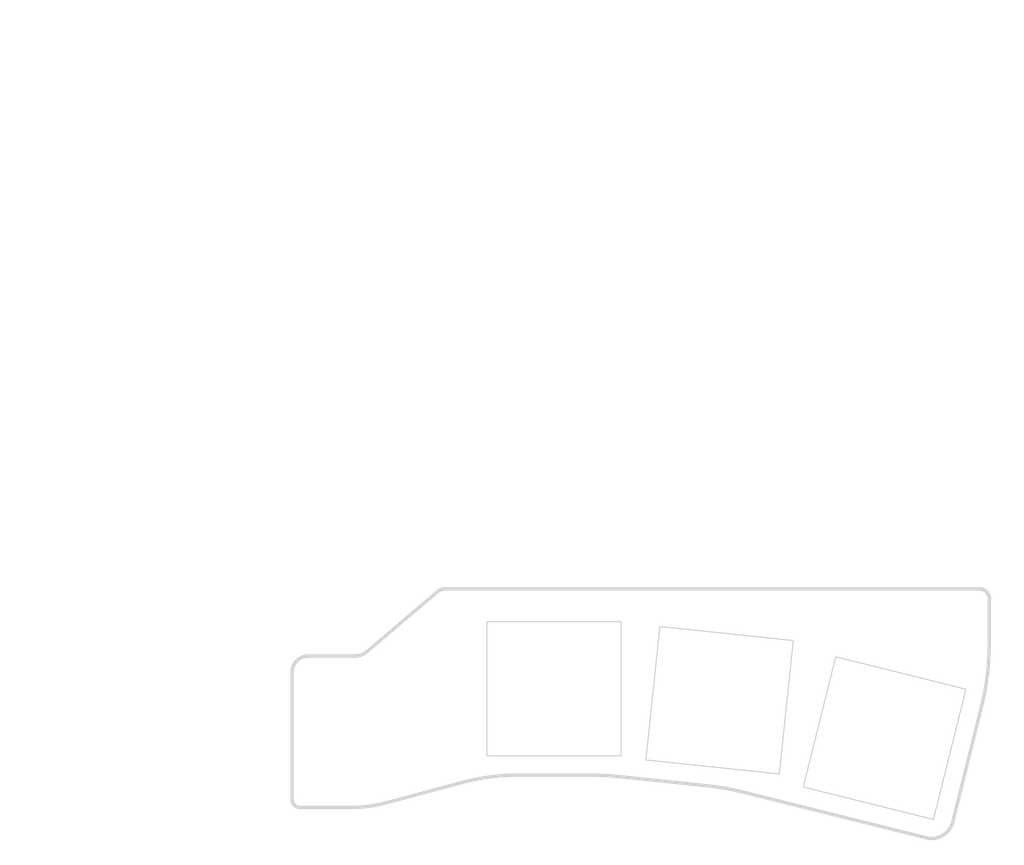
<source format=kicad_pcb>
(kicad_pcb (version 20211014) (generator pcbnew)
  (layers (0 "F.Cu" signal) (31 "B.Cu" signal) (34 "B.Paste" user) (35 "F.Paste" user) (36 "B.SilkS" user "B.Silkscreen") (37 "F.SilkS" user "F.Silkscreen") (38 "B.Mask" user) (39 "F.Mask" user) (44 "Edge.Cuts" user))
  (net 0 "")
  (net 1 "GND")
  (footprint "split-mini:spacer_m2_2.2mm" (layer "F.Cu") (at 112.8 84.69)
    (fp_text reference "HOLE5" hide)
    (fp_text value "Val**" hide)
    (pad "" np_thru_hole circle (at 0 0) (size 2.2 2.2) (drill 2.2) (layers F&B.Cu *.Mask))
  )
  (footprint "split-mini:SW_Hole" (layer "F.Cu") (at 75.37 89.08)
    (fp_text reference "SW16" hide)
    (fp_text value "SW_PUSH" hide)
    (fp_line (start -7 -7) (end -7 7) (layer "Edge.Cuts") (width 0.12))
    (fp_line (start -7 7) (end 7 7) (layer "Edge.Cuts") (width 0.12))
    (fp_line (start 7 -7) (end -7 -7) (layer "Edge.Cuts") (width 0.12))
    (fp_line (start 7 7) (end 7 -7) (layer "Edge.Cuts") (width 0.12))
  )
  (footprint "split-mini:spacer_m2_2.2mm" (layer "F.Cu") (at 53.04 95.6)
    (fp_text reference "HOLE4" hide)
    (fp_text value "Val*" hide)
    (pad "" np_thru_hole circle (at 0 0) (size 2.2 2.2) (drill 2.2) (layers F&B.Cu *.Mask))
  )
  (footprint "split-mini:SW_Hole" (layer "F.Cu") (at 109.8691 94.239 -14)
    (fp_text reference "SW18" hide)
    (fp_text value "SW_PUSH" hide)
    (fp_line (start -7 7) (end 7 7) (layer "Edge.Cuts") (width 0.12))
    (fp_line (start -7 -7) (end -7 7) (layer "Edge.Cuts") (width 0.12))
    (fp_line (start 7 -7) (end -7 -7) (layer "Edge.Cuts") (width 0.12))
    (fp_line (start 7 7) (end 7 -7) (layer "Edge.Cuts") (width 0.12))
  )
  (footprint "split-mini:SW_Hole" (layer "F.Cu") (at 92.6529 90.2867 -6)
    (fp_text reference "SW17" hide)
    (fp_text value "SW_PUSH" hide)
    (fp_line (start 7 -7) (end -7 -7) (layer "Edge.Cuts") (width 0.12))
    (fp_line (start -7 -7) (end -7 7) (layer "Edge.Cuts") (width 0.12))
    (fp_line (start -7 7) (end 7 7) (layer "Edge.Cuts") (width 0.12))
    (fp_line (start 7 7) (end 7 -7) (layer "Edge.Cuts") (width 0.12))
  )
  (gr_line (start 63.845008 78.674525) (end 63.890902 78.671472) (layer "Edge.Cuts") (width 0.349999))
  (gr_line (start 120.690267 79.223116) (end 120.668721 79.18105) (layer "Edge.Cuts") (width 0.349999))
  (gr_line (start 49.471254 85.689946) (end 49.555893 85.679188) (layer "Edge.Cuts") (width 0.349999))
  (gr_line (start 55.267731 85.558792) (end 55.341962 85.529679) (layer "Edge.Cuts") (width 0.349999))
  (gr_line (start 48.28245 86.484741) (end 48.326439 86.416124) (layer "Edge.Cuts") (width 0.349999))
  (gr_line (start 56.509033 101.281627) (end 56.963507 101.198846) (layer "Edge.Cuts") (width 0.349999))
  (gr_line (start 116.297862 104.124453) (end 116.377409 104.049397) (layer "Edge.Cuts") (width 0.349999))
  (gr_line (start 54.639768 85.670416) (end 54.639768 85.670416) (layer "Edge.Cuts") (width 0.349999))
  (gr_line (start 49.147314 85.773092) (end 49.225895 85.746501) (layer "Edge.Cuts") (width 0.349999))
  (gr_line (start 48.062133 100.85574) (end 48.072754 100.894015) (layer "Edge.Cuts") (width 0.349999))
  (gr_line (start 48.37359 86.349817) (end 48.423795 86.285928) (layer "Edge.Cuts") (width 0.349999))
  (gr_line (start 114.344022 104.665385) (end 114.457961 104.684762) (layer "Edge.Cuts") (width 0.349999))
  (gr_line (start 119.959428 78.681697) (end 119.910602 78.675491) (layer "Edge.Cuts") (width 0.349999))
  (gr_line (start 120.64523 79.140195) (end 120.619853 79.100611) (layer "Edge.Cuts") (width 0.349999))
  (gr_line (start 82.114419 98.242447) (end 82.114419 98.242447) (layer "Edge.Cuts") (width 0.349999))
  (gr_line (start 48.9956 85.837246) (end 49.070514 85.803376) (layer "Edge.Cuts") (width 0.349999))
  (gr_line (start 120.275891 78.788217) (end 120.233824 78.766671) (layer "Edge.Cuts") (width 0.349999))
  (gr_line (start 63.754219 78.686631) (end 63.799426 78.679586) (layer "Edge.Cuts") (width 0.349999))
  (gr_line (start 48.090857 86.939031) (end 48.113646 86.858778) (layer "Edge.Cuts") (width 0.349999))
  (gr_line (start 49.070514 85.803376) (end 49.147314 85.773092) (layer "Edge.Cuts") (width 0.349999))
  (gr_line (start 48.716933 86.006464) (end 48.783239 85.959311) (layer "Edge.Cuts") (width 0.349999))
  (gr_line (start 71.626344 98.095437) (end 71.626344 98.095437) (layer "Edge.Cuts") (width 0.349999))
  (gr_line (start 120.786473 79.646075) (end 120.785204 79.595872) (layer "Edge.Cuts") (width 0.349999))
  (gr_line (start 120.190608 78.747132) (end 120.146303 78.729662) (layer "Edge.Cuts") (width 0.349999))
  (gr_line (start 63.70945 78.695639) (end 63.754219 78.686631) (layer "Edge.Cuts") (width 0.349999))
  (gr_line (start 91.461438 99.224877) (end 91.914045 99.276447) (layer "Edge.Cuts") (width 0.349999))
  (gr_line (start 48.140234 86.780198) (end 48.170514 86.703399) (layer "Edge.Cuts") (width 0.349999))
  (gr_line (start 116.594128 103.801054) (end 116.658485 103.710895) (layer "Edge.Cuts") (width 0.349999))
  (gr_line (start 48.576403 101.422856) (end 48.61407 101.435317) (layer "Edge.Cuts") (width 0.349999))
  (gr_line (start 79.659953 98.097712) (end 80.011269 98.104609) (layer "Edge.Cuts") (width 0.349999))
  (gr_line (start 116.871882 103.316132) (end 116.913361 103.20943) (layer "Edge.Cuts") (width 0.349999))
  (gr_line (start 120.007473 78.690279) (end 119.959428 78.681697) (layer "Edge.Cuts") (width 0.349999))
  (gr_line (start 55.414881 85.497331) (end 55.48638 85.461788) (layer "Edge.Cuts") (width 0.349999))
  (gr_line (start 120.100971 78.714322) (end 120.054674 78.701174) (layer "Edge.Cuts") (width 0.349999))
  (gr_line (start 55.624677 85.381276) (end 55.691258 85.336388) (layer "Edge.Cuts") (width 0.349999))
  (gr_line (start 115.345795 104.635926) (end 115.451222 104.605899) (layer "Edge.Cuts") (width 0.349999))
  (gr_line (start 55.818738 85.237547) (end 63.263692 78.917681) (layer "Edge.Cuts") (width 0.349999))
  (gr_line (start 63.494347 78.769311) (end 63.535994 78.750835) (layer "Edge.Cuts") (width 0.349999))
  (gr_line (start 67.941037 98.39793) (end 68.672947 98.289236) (layer "Edge.Cuts") (width 0.349999))
  (gr_line (start 120.709804 79.266332) (end 120.690267 79.223116) (layer "Edge.Cuts") (width 0.349999))
  (gr_line (start 63.336499 78.861231) (end 63.374525 78.835594) (layer "Edge.Cuts") (width 0.349999))
  (gr_line (start 68.672947 98.289236) (end 69.408024 98.204561) (layer "Edge.Cuts") (width 0.349999))
  (gr_line (start 63.66518 78.706587) (end 63.70945 78.695639) (layer "Edge.Cuts") (width 0.349999))
  (gr_line (start 55.03826 85.626319) (end 55.115771 85.607152) (layer "Edge.Cuts") (width 0.349999))
  (gr_line (start 120.500721 78.956222) (end 120.466838 78.923917) (layer "Edge.Cuts") (width 0.349999))
  (gr_line (start 55.593422 101.402311) (end 56.052216 101.349465) (layer "Edge.Cuts") (width 0.349999))
  (gr_line (start 48.241729 86.555564) (end 48.28245 86.484741) (layer "Edge.Cuts") (width 0.349999))
  (gr_line (start 120.755758 79.402261) (end 120.742611 79.355966) (layer "Edge.Cuts") (width 0.349999))
  (gr_line (start 120.592652 79.06236) (end 120.563689 79.025505) (layer "Edge.Cuts") (width 0.349999))
  (gr_line (start 48.037618 87.361681) (end 48.039818 87.274654) (layer "Edge.Cuts") (width 0.349999))
  (gr_line (start 92.815943 99.403207) (end 93.265029 99.47836) (layer "Edge.Cuts") (width 0.349999))
  (gr_line (start 57.863942 100.988648) (end 65.770211 98.867356) (layer "Edge.Cuts") (width 0.349999))
  (gr_line (start 120.394582 78.864289) (end 120.356331 78.837087) (layer "Edge.Cuts") (width 0.349999))
  (gr_line (start 48.247905 101.203177) (end 48.275701 101.232384) (layer "Edge.Cuts") (width 0.349999))
  (gr_line (start 48.433138 101.355146) (end 48.467711 101.374698) (layer "Edge.Cuts") (width 0.349999))
  (gr_line (start 116.039717 104.324993) (end 116.128843 104.262355) (layer "Edge.Cuts") (width 0.349999))
  (gr_line (start 63.621473 78.719451) (end 63.66518 78.706587) (layer "Edge.Cuts") (width 0.349999))
  (gr_line (start 120.781436 79.546328) (end 120.775232 79.497503) (layer "Edge.Cuts") (width 0.349999))
  (gr_line (start 93.265029 99.47836) (end 93.712735 99.561338) (layer "Edge.Cuts") (width 0.349999))
  (gr_line (start 48.057102 87.104133) (end 48.071974 87.020851) (layer "Edge.Cuts") (width 0.349999))
  (gr_line (start 63.799426 78.679586) (end 63.845008 78.674525) (layer "Edge.Cuts") (width 0.349999))
  (gr_line (start 49.72881 85.67045) (end 49.72881 85.67045) (layer "Edge.Cuts") (width 0.349999))
  (gr_line (start 55.691258 85.336388) (end 55.755982 85.288465) (layer "Edge.Cuts") (width 0.349999))
  (gr_line (start 82.114419 98.242447) (end 91.461438 99.224877) (layer "Edge.Cuts") (width 0.349999))
  (gr_line (start 63.890902 78.671472) (end 63.937047 78.670451) (layer "Edge.Cuts") (width 0.349999))
  (gr_line (start 48.152931 101.074951) (end 48.174188 101.108584) (layer "Edge.Cuts") (width 0.349999))
  (gr_line (start 63.57839 78.734208) (end 63.621473 78.719451) (layer "Edge.Cuts") (width 0.349999))
  (gr_line (start 120.676094 86.901352) (end 120.73737 86.100671) (layer "Edge.Cuts") (width 0.349999))
  (gr_line (start 54.800915 85.663285) (end 54.880723 85.654425) (layer "Edge.Cuts") (width 0.349999))
  (gr_line (start 48.041595 100.737937) (end 48.046526 100.777634) (layer "Edge.Cuts") (width 0.349999))
  (gr_line (start 57.415266 101.10117) (end 57.863942 100.988648) (layer "Edge.Cuts") (width 0.349999))
  (gr_line (start 114.797562 104.707879) (end 114.909446 104.704259) (layer "Edge.Cuts") (width 0.349999))
  (gr_line (start 116.214949 104.195474) (end 116.297862 104.124453) (layer "Edge.Cuts") (width 0.349999))
  (gr_line (start 48.532948 86.165828) (end 48.591681 86.109829) (layer "Edge.Cuts") (width 0.349999))
  (gr_line (start 115.020384 104.695151) (end 115.130204 104.680656) (layer "Edge.Cuts") (width 0.349999))
  (gr_line (start 48.850476 101.470444) (end 48.850476 101.470444) (layer "Edge.Cuts") (width 0.349999))
  (gr_line (start 48.275701 101.232384) (end 48.304909 101.260178) (layer "Edge.Cuts") (width 0.349999))
  (gr_line (start 48.037618 100.657586) (end 48.038617 100.697898) (layer "Edge.Cuts") (width 0.349999))
  (gr_line (start 116.980863 102.987137) (end 120.0052 90.857175) (layer "Edge.Cuts") (width 0.349999))
  (gr_line (start 119.810849 78.670451) (end 119.810849 78.670451) (layer "Edge.Cuts") (width 0.349999))
  (gr_line (start 54.208875 101.470414) (end 54.208875 101.470414) (layer "Edge.Cuts") (width 0.349999))
  (gr_line (start 120.73737 86.100671) (end 120.774186 85.298117) (layer "Edge.Cuts") (width 0.349999))
  (gr_line (start 55.556348 85.42309) (end 55.624677 85.381276) (layer "Edge.Cuts") (width 0.349999))
  (gr_line (start 54.959874 85.64209) (end 55.03826 85.626319) (layer "Edge.Cuts") (width 0.349999))
  (gr_line (start 48.730442 101.46154) (end 48.770135 101.46647) (layer "Edge.Cuts") (width 0.349999))
  (gr_line (start 116.913361 103.20943) (end 116.949745 103.09973) (layer "Edge.Cuts") (width 0.349999))
  (gr_line (start 48.653045 86.056672) (end 48.716933 86.006464) (layer "Edge.Cuts") (width 0.349999))
  (gr_line (start 116.774335 103.52013) (end 116.825483 103.419734) (layer "Edge.Cuts") (width 0.349999))
  (gr_line (start 55.755982 85.288465) (end 55.818738 85.237547) (layer "Edge.Cuts") (width 0.349999))
  (gr_line (start 48.691155 101.454687) (end 48.730442 101.46154) (layer "Edge.Cuts") (width 0.349999))
  (gr_line (start 81.064127 98.152874) (end 81.414568 98.178145) (layer "Edge.Cuts") (width 0.349999))
  (gr_line (start 70.885313 98.107584) (end 71.626344 98.095437) (layer "Edge.Cuts") (width 0.349999))
  (gr_line (start 48.221703 101.172764) (end 48.247905 101.203177) (layer "Edge.Cuts") (width 0.349999))
  (gr_line (start 115.853097 104.437124) (end 115.947744 104.383284) (layer "Edge.Cuts") (width 0.349999))
  (gr_line (start 48.085216 100.931683) (end 48.099493 100.968677) (layer "Edge.Cuts") (width 0.349999))
  (gr_line (start 48.399505 101.333891) (end 48.433138 101.355146) (layer "Edge.Cuts") (width 0.349999))
  (gr_line (start 120.431438 78.893252) (end 120.394582 78.864289) (layer "Edge.Cuts") (width 0.349999))
  (gr_line (start 55.192297 85.58463) (end 55.267731 85.558792) (layer "Edge.Cuts") (width 0.349999))
  (gr_line (start 120.619853 79.100611) (end 120.592652 79.06236) (layer "Edge.Cuts") (width 0.349999))
  (gr_line (start 48.851856 85.91532) (end 48.922679 85.874596) (layer "Edge.Cuts") (width 0.349999))
  (gr_line (start 48.922679 85.874596) (end 48.9956 85.837246) (layer "Edge.Cuts") (width 0.349999))
  (gr_line (start 63.937047 78.670451) (end 63.937047 78.670451) (layer "Edge.Cuts") (width 0.349999))
  (gr_line (start 116.453418 103.970409) (end 116.525715 103.887594) (layer "Edge.Cuts") (width 0.349999))
  (gr_line (start 93.712735 99.561338) (end 94.158958 99.652123) (layer "Edge.Cuts") (width 0.349999))
  (gr_line (start 54.720561 85.668628) (end 54.800915 85.663285) (layer "Edge.Cuts") (width 0.349999))
  (gr_line (start 48.47695 86.224563) (end 48.532948 86.165828) (layer "Edge.Cuts") (width 0.349999))
  (gr_line (start 55.48638 85.461788) (end 55.556348 85.42309) (layer "Edge.Cuts") (width 0.349999))
  (gr_line (start 48.037618 99.830292) (end 48.037618 87.361681) (layer "Edge.Cuts") (width 0.349999))
  (gr_line (start 48.204381 86.628485) (end 48.241729 86.555564) (layer "Edge.Cuts") (width 0.349999))
  (gr_line (start 63.374525 78.835594) (end 63.41355 78.811713) (layer "Edge.Cuts") (width 0.349999))
  (gr_line (start 48.099493 100.968677) (end 48.115556 101.004931) (layer "Edge.Cuts") (width 0.349999))
  (gr_line (start 115.656471 104.531036) (end 115.755948 104.48641) (layer "Edge.Cuts") (width 0.349999))
  (gr_line (start 120.0052 90.857175) (end 120.0052 90.857175) (layer "Edge.Cuts") (width 0.349999))
  (gr_line (start 48.197121 101.141211) (end 48.221703 101.172764) (layer "Edge.Cuts") (width 0.349999))
  (gr_line (start 120.316747 78.81171) (end 120.275891 78.788217) (layer "Edge.Cuts") (width 0.349999))
  (gr_line (start 55.115771 85.607152) (end 55.192297 85.58463) (layer "Edge.Cuts") (width 0.349999))
  (gr_line (start 116.980863 102.987137) (end 116.980863 102.987137) (layer "Edge.Cuts") (width 0.349999))
  (gr_line (start 48.423795 86.285928) (end 48.47695 86.224563) (layer "Edge.Cuts") (width 0.349999))
  (gr_line (start 48.810169 101.469447) (end 48.850476 101.470444) (layer "Edge.Cuts") (width 0.349999))
  (gr_line (start 49.306149 85.723709) (end 49.387971 85.704822) (layer "Edge.Cuts") (width 0.349999))
  (gr_line (start 120.786473 84.494249) (end 120.786473 79.646075) (layer "Edge.Cuts") (width 0.349999))
  (gr_line (start 116.949745 103.09973) (end 116.980863 102.987137) (layer "Edge.Cuts") (width 0.349999))
  (gr_line (start 120.786473 79.646075) (end 120.786473 79.646075) (layer "Edge.Cuts") (width 0.349999))
  (gr_line (start 92.365581 99.335896) (end 92.815943 99.403207) (layer "Edge.Cuts") (width 0.349999))
  (gr_line (start 48.053381 100.816924) (end 48.062133 100.85574) (layer "Edge.Cuts") (width 0.349999))
  (gr_line (start 55.818738 85.237547) (end 55.818738 85.237547) (layer "Edge.Cuts") (width 0.349999))
  (gr_line (start 115.451222 104.605899) (end 115.554838 104.570901) (layer "Edge.Cuts") (width 0.349999))
  (gr_line (start 56.052216 101.349465) (end 56.509033 101.281627) (layer "Edge.Cuts") (width 0.349999))
  (gr_line (start 120.187753 90.074213) (end 120.346188 89.286593) (layer "Edge.Cuts") (width 0.349999))
  (gr_line (start 120.766652 79.449461) (end 120.755758 79.402261) (layer "Edge.Cuts") (width 0.349999))
  (gr_line (start 70.145676 98.143985) (end 70.885313 98.107584) (layer "Edge.Cuts") (width 0.349999))
  (gr_line (start 81.414568 98.178145) (end 81.76468 98.208004) (layer "Edge.Cuts") (width 0.349999))
  (gr_line (start 120.533025 78.990105) (end 120.500721 78.956222) (layer "Edge.Cuts") (width 0.349999))
  (gr_line (start 115.130204 104.680656) (end 115.238732 104.66088) (layer "Edge.Cuts") (width 0.349999))
  (gr_line (start 49.387971 85.704822) (end 49.471254 85.689946) (layer "Edge.Cuts") (width 0.349999))
  (gr_line (start 54.639768 85.670416) (end 54.720561 85.668628) (layer "Edge.Cuts") (width 0.349999))
  (gr_line (start 79.30853 98.095414) (end 79.659953 98.097712) (layer "Edge.Cuts") (width 0.349999))
  (gr_line (start 114.457961 104.684762) (end 114.571647 104.698234) (layer "Edge.Cuts") (width 0.349999))
  (gr_line (start 48.304909 101.260178) (end 48.335323 101.286379) (layer "Edge.Cuts") (width 0.349999))
  (gr_line (start 95.046544 99.857041) (end 114.23 104.64) (layer "Edge.Cuts") (width 0.349999))
  (gr_line (start 48.037618 87.361681) (end 48.037618 87.361681) (layer "Edge.Cuts") (width 0.349999))
  (gr_line (start 120.356331 78.837087) (end 120.316747 78.81171) (layer "Edge.Cuts") (width 0.349999))
  (gr_line (start 116.128843 104.262355) (end 116.214949 104.195474) (layer "Edge.Cuts") (width 0.349999))
  (gr_line (start 48.133378 101.040378) (end 48.152931 101.074951) (layer "Edge.Cuts") (width 0.349999))
  (gr_line (start 120.466838 78.923917) (end 120.431438 78.893252) (layer "Edge.Cuts") (width 0.349999))
  (gr_line (start 116.377409 104.049397) (end 116.453418 103.970409) (layer "Edge.Cuts") (width 0.349999))
  (gr_line (start 91.461438 99.224877) (end 91.461438 99.224877) (layer "Edge.Cuts") (width 0.349999))
  (gr_line (start 120.668721 79.18105) (end 120.64523 79.140195) (layer "Edge.Cuts") (width 0.349999))
  (gr_line (start 49.555893 85.679188) (end 49.64178 85.672654) (layer "Edge.Cuts") (width 0.349999))
  (gr_line (start 66.489079 98.687068) (end 67.212884 98.530567) (layer "Edge.Cuts") (width 0.349999))
  (gr_line (start 65.770211 98.867356) (end 65.770211 98.867356) (layer "Edge.Cuts") (width 0.349999))
  (gr_line (start 48.046526 100.777634) (end 48.053381 100.816924) (layer "Edge.Cuts") (width 0.349999))
  (gr_line (start 56.963507 101.198846) (end 57.415266 101.10117) (layer "Edge.Cuts") (width 0.349999))
  (gr_line (start 48.038617 100.697898) (end 48.041595 100.737937) (layer "Edge.Cuts") (width 0.349999))
  (gr_line (start 115.755948 104.48641) (end 115.853097 104.437124) (layer "Edge.Cuts") (width 0.349999))
  (gr_line (start 48.046348 87.188769) (end 48.057102 87.104133) (layer "Edge.Cuts") (width 0.349999))
  (gr_line (start 80.7134 98.132192) (end 81.064127 98.152874) (layer "Edge.Cuts") (width 0.349999))
  (gr_line (start 48.113646 86.858778) (end 48.140234 86.780198) (layer "Edge.Cuts") (width 0.349999))
  (gr_line (start 114.684904 104.705905) (end 114.797562 104.707879) (layer "Edge.Cuts") (width 0.349999))
  (gr_line (start 115.238732 104.66088) (end 115.345795 104.635926) (layer "Edge.Cuts") (width 0.349999))
  (gr_line (start 63.41355 78.811713) (end 63.453511 78.789611) (layer "Edge.Cuts") (width 0.349999))
  (gr_line (start 120.785204 79.595872) (end 120.781436 79.546328) (layer "Edge.Cuts") (width 0.349999))
  (gr_line (start 79.30853 98.095414) (end 79.30853 98.095414) (layer "Edge.Cuts") (width 0.349999))
  (gr_line (start 48.275701 101.232384) (end 48.275701 101.232384) (layer "Edge.Cuts") (width 0.349999))
  (gr_line (start 120.146303 78.729662) (end 120.100971 78.714322) (layer "Edge.Cuts") (width 0.349999))
  (gr_line (start 120.786473 84.494249) (end 120.786473 84.494249) (layer "Edge.Cuts") (width 0.349999))
  (gr_line (start 57.863942 100.988648) (end 57.863942 100.988648) (layer "Edge.Cuts") (width 0.349999))
  (gr_line (start 114.909446 104.704259) (end 115.020384 104.695151) (layer "Edge.Cuts") (width 0.349999))
  (gr_line (start 63.263692 78.917681) (end 63.263692 78.917681) (layer "Edge.Cuts") (width 0.349999))
  (gr_line (start 71.626344 98.095437) (end 79.30853 98.095414) (layer "Edge.Cuts") (width 0.349999))
  (gr_line (start 65.770211 98.867356) (end 66.489079 98.687068) (layer "Edge.Cuts") (width 0.349999))
  (gr_line (start 120.480435 88.494871) (end 120.590426 87.699605) (layer "Edge.Cuts") (width 0.349999))
  (gr_line (start 120.054674 78.701174) (end 120.007473 78.690279) (layer "Edge.Cuts") (width 0.349999))
  (gr_line (start 48.770135 101.46647) (end 48.810169 101.469447) (layer "Edge.Cuts") (width 0.349999))
  (gr_line (start 120.774186 85.298117) (end 120.786473 84.494249) (layer "Edge.Cuts") (width 0.349999))
  (gr_line (start 120.563689 79.025505) (end 120.533025 78.990105) (layer "Edge.Cuts") (width 0.349999))
  (gr_line (start 54.880723 85.654425) (end 54.959874 85.64209) (layer "Edge.Cuts") (width 0.349999))
  (gr_line (start 114.23 104.64) (end 114.344022 104.665385) (layer "Edge.Cuts") (width 0.349999))
  (gr_line (start 55.133021 101.440117) (end 55.593422 101.402311) (layer "Edge.Cuts") (width 0.349999))
  (gr_line (start 69.408024 98.204561) (end 70.145676 98.143985) (layer "Edge.Cuts") (width 0.349999))
  (gr_line (start 54.208875 101.470414) (end 54.671382 101.462834) (layer "Edge.Cuts") (width 0.349999))
  (gr_line (start 48.591681 86.109829) (end 48.653045 86.056672) (layer "Edge.Cuts") (width 0.349999))
  (gr_line (start 48.072754 100.894015) (end 48.085216 100.931683) (layer "Edge.Cuts") (width 0.349999))
  (gr_line (start 55.341962 85.529679) (end 55.414881 85.497331) (layer "Edge.Cuts") (width 0.349999))
  (gr_line (start 119.861055 78.671722) (end 119.810849 78.670451) (layer "Edge.Cuts") (width 0.349999))
  (gr_line (start 114.571647 104.698234) (end 114.684904 104.705905) (layer "Edge.Cuts") (width 0.349999))
  (gr_line (start 48.174188 101.108584) (end 48.197121 101.141211) (layer "Edge.Cuts") (width 0.349999))
  (gr_line (start 115.947744 104.383284) (end 116.039717 104.324993) (layer "Edge.Cuts") (width 0.349999))
  (gr_line (start 120.742611 79.355966) (end 120.727273 79.310635) (layer "Edge.Cuts") (width 0.349999))
  (gr_line (start 48.071974 87.020851) (end 48.090857 86.939031) (layer "Edge.Cuts") (width 0.349999))
  (gr_line (start 48.539411 101.40858) (end 48.576403 101.422856) (layer "Edge.Cuts") (width 0.349999))
  (gr_line (start 120.590426 87.699605) (end 120.676094 86.901352) (layer "Edge.Cuts") (width 0.349999))
  (gr_line (start 116.525715 103.887594) (end 116.594128 103.801054) (layer "Edge.Cuts") (width 0.349999))
  (gr_line (start 48.783239 85.959311) (end 48.851856 85.91532) (layer "Edge.Cuts") (width 0.349999))
  (gr_line (start 116.718611 103.617219) (end 116.774335 103.52013) (layer "Edge.Cuts") (width 0.349999))
  (gr_line (start 91.914045 99.276447) (end 92.365581 99.335896) (layer "Edge.Cuts") (width 0.349999))
  (gr_line (start 49.72881 85.67045) (end 54.639768 85.670416) (layer "Edge.Cuts") (width 0.349999))
  (gr_line (start 48.037618 99.830292) (end 48.037618 100.657586) (layer "Edge.Cuts") (width 0.349999))
  (gr_line (start 80.011269 98.104609) (end 80.362433 98.116103) (layer "Edge.Cuts") (width 0.349999))
  (gr_line (start 48.326439 86.416124) (end 48.37359 86.349817) (layer "Edge.Cuts") (width 0.349999))
  (gr_line (start 48.652342 101.445936) (end 48.691155 101.454687) (layer "Edge.Cuts") (width 0.349999))
  (gr_line (start 48.503158 101.392519) (end 48.539411 101.40858) (layer "Edge.Cuts") (width 0.349999))
  (gr_line (start 48.115556 101.004931) (end 48.133378 101.040378) (layer "Edge.Cuts") (width 0.349999))
  (gr_line (start 48.850476 101.470444) (end 54.208875 101.470414) (layer "Edge.Cuts") (width 0.349999))
  (gr_line (start 120.346188 89.286593) (end 120.480435 88.494871) (layer "Edge.Cuts") (width 0.349999))
  (gr_line (start 48.335323 101.286379) (end 48.366878 101.310959) (layer "Edge.Cuts") (width 0.349999))
  (gr_line (start 120.775232 79.497503) (end 120.766652 79.449461) (layer "Edge.Cuts") (width 0.349999))
  (gr_line (start 119.810849 78.670451) (end 119.203786 78.670416) (layer "Edge.Cuts") (width 0.349999))
  (gr_line (start 120.233824 78.766671) (end 120.190608 78.747132) (layer "Edge.Cuts") (width 0.349999))
  (gr_line (start 49.225895 85.746501) (end 49.306149 85.723709) (layer "Edge.Cuts") (width 0.349999))
  (gr_line (start 94.603596 99.750697) (end 95.046544 99.857041) (layer "Edge.Cuts") (width 0.349999))
  (gr_line (start 94.158958 99.652123) (end 94.603596 99.750697) (layer "Edge.Cuts") (width 0.349999))
  (gr_line (start 48.037618 100.657586) (end 48.037618 100.657586) (layer "Edge.Cuts") (width 0.349999))
  (gr_line (start 63.535994 78.750835) (end 63.57839 78.734208) (layer "Edge.Cuts") (width 0.349999))
  (gr_line (start 119.910602 78.675491) (end 119.861055 78.671722) (layer "Edge.Cuts") (width 0.349999))
  (gr_line (start 67.212884 98.530567) (end 67.941037 98.39793) (layer "Edge.Cuts") (width 0.349999))
  (gr_line (start 63.299534 78.888601) (end 63.336499 78.861231) (layer "Edge.Cuts") (width 0.349999))
  (gr_line (start 48.366878 101.310959) (end 48.399505 101.333891) (layer "Edge.Cuts") (width 0.349999))
  (gr_line (start 116.825483 103.419734) (end 116.871882 103.316132) (layer "Edge.Cuts") (width 0.349999))
  (gr_line (start 63.937047 78.670451) (end 119.203786 78.670416) (layer "Edge.Cuts") (width 0.349999))
  (gr_line (start 49.64178 85.672654) (end 49.72881 85.67045) (layer "Edge.Cuts") (width 0.349999))
  (gr_line (start 48.61407 101.435317) (end 48.652342 101.445936) (layer "Edge.Cuts") (width 0.349999))
  (gr_line (start 95.046544 99.857041) (end 95.046544 99.857041) (layer "Edge.Cuts") (width 0.349999))
  (gr_line (start 120.727273 79.310635) (end 120.709804 79.266332) (layer "Edge.Cuts") (width 0.349999))
  (gr_line (start 114.23 104.64) (end 114.23 104.64) (layer "Edge.Cuts") (width 0.349999))
  (gr_line (start 116.658485 103.710895) (end 116.718611 103.617219) (layer "Edge.Cuts") (width 0.349999))
  (gr_line (start 80.362433 98.116103) (end 80.7134 98.132192) (layer "Edge.Cuts") (width 0.349999))
  (gr_line (start 63.263692 78.917681) (end 63.299534 78.888601) (layer "Edge.Cuts") (width 0.349999))
  (gr_line (start 48.170514 86.703399) (end 48.204381 86.628485) (layer "Edge.Cuts") (width 0.349999))
  (gr_line (start 63.453511 78.789611) (end 63.494347 78.769311) (layer "Edge.Cuts") (width 0.349999))
  (gr_line (start 81.76468 98.208004) (end 82.114419 98.242447) (layer "Edge.Cuts") (width 0.349999))
  (gr_line (start 115.554838 104.570901) (end 115.656471 104.531036) (layer "Edge.Cuts") (width 0.349999))
  (gr_line (start 120.0052 90.857175) (end 120.187753 90.074213) (layer "Edge.Cuts") (width 0.349999))
  (gr_line (start 54.671382 101.462834) (end 55.133021 101.440117) (layer "Edge.Cuts") (width 0.349999))
  (gr_line (start 48.039818 87.274654) (end 48.046348 87.188769) (layer "Edge.Cuts") (width 0.349999))
  (gr_line (start 48.467711 101.374698) (end 48.503158 101.392519) (layer "Edge.Cuts") (width 0.349999))
)
</source>
